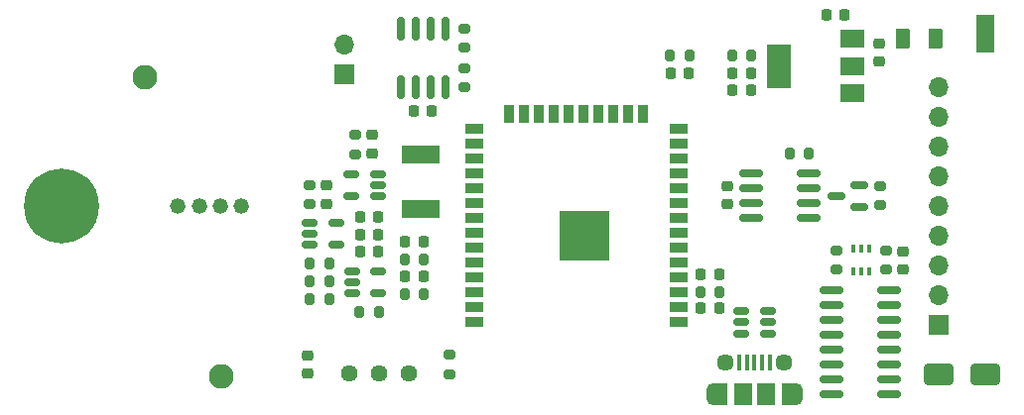
<source format=gbr>
%TF.GenerationSoftware,KiCad,Pcbnew,(7.0.0)*%
%TF.CreationDate,2023-06-27T20:18:46+12:00*%
%TF.ProjectId,VehicleCurrentSense_PCB,56656869-636c-4654-9375-7272656e7453,V1.0*%
%TF.SameCoordinates,Original*%
%TF.FileFunction,Soldermask,Top*%
%TF.FilePolarity,Negative*%
%FSLAX46Y46*%
G04 Gerber Fmt 4.6, Leading zero omitted, Abs format (unit mm)*
G04 Created by KiCad (PCBNEW (7.0.0)) date 2023-06-27 20:18:46*
%MOMM*%
%LPD*%
G01*
G04 APERTURE LIST*
G04 Aperture macros list*
%AMRoundRect*
0 Rectangle with rounded corners*
0 $1 Rounding radius*
0 $2 $3 $4 $5 $6 $7 $8 $9 X,Y pos of 4 corners*
0 Add a 4 corners polygon primitive as box body*
4,1,4,$2,$3,$4,$5,$6,$7,$8,$9,$2,$3,0*
0 Add four circle primitives for the rounded corners*
1,1,$1+$1,$2,$3*
1,1,$1+$1,$4,$5*
1,1,$1+$1,$6,$7*
1,1,$1+$1,$8,$9*
0 Add four rect primitives between the rounded corners*
20,1,$1+$1,$2,$3,$4,$5,0*
20,1,$1+$1,$4,$5,$6,$7,0*
20,1,$1+$1,$6,$7,$8,$9,0*
20,1,$1+$1,$8,$9,$2,$3,0*%
G04 Aperture macros list end*
%ADD10RoundRect,0.225000X-0.225000X-0.250000X0.225000X-0.250000X0.225000X0.250000X-0.225000X0.250000X0*%
%ADD11RoundRect,0.225000X-0.250000X0.225000X-0.250000X-0.225000X0.250000X-0.225000X0.250000X0.225000X0*%
%ADD12RoundRect,0.200000X0.200000X0.275000X-0.200000X0.275000X-0.200000X-0.275000X0.200000X-0.275000X0*%
%ADD13RoundRect,0.200000X-0.275000X0.200000X-0.275000X-0.200000X0.275000X-0.200000X0.275000X0.200000X0*%
%ADD14RoundRect,0.150000X0.150000X-0.825000X0.150000X0.825000X-0.150000X0.825000X-0.150000X-0.825000X0*%
%ADD15R,1.700000X1.700000*%
%ADD16O,1.700000X1.700000*%
%ADD17R,0.400000X0.650000*%
%ADD18RoundRect,0.150000X0.512500X0.150000X-0.512500X0.150000X-0.512500X-0.150000X0.512500X-0.150000X0*%
%ADD19RoundRect,0.250000X-1.000000X-0.650000X1.000000X-0.650000X1.000000X0.650000X-1.000000X0.650000X0*%
%ADD20R,1.500000X0.900000*%
%ADD21R,0.900000X1.500000*%
%ADD22C,0.600000*%
%ADD23R,4.200000X4.200000*%
%ADD24RoundRect,0.225000X0.225000X0.250000X-0.225000X0.250000X-0.225000X-0.250000X0.225000X-0.250000X0*%
%ADD25C,1.320800*%
%ADD26C,2.108200*%
%ADD27RoundRect,0.200000X-0.200000X-0.275000X0.200000X-0.275000X0.200000X0.275000X-0.200000X0.275000X0*%
%ADD28RoundRect,0.150000X-0.512500X-0.150000X0.512500X-0.150000X0.512500X0.150000X-0.512500X0.150000X0*%
%ADD29RoundRect,0.200000X0.275000X-0.200000X0.275000X0.200000X-0.275000X0.200000X-0.275000X-0.200000X0*%
%ADD30RoundRect,0.218750X0.218750X0.256250X-0.218750X0.256250X-0.218750X-0.256250X0.218750X-0.256250X0*%
%ADD31R,1.600000X3.200000*%
%ADD32RoundRect,0.218750X-0.256250X0.218750X-0.256250X-0.218750X0.256250X-0.218750X0.256250X0.218750X0*%
%ADD33C,1.440000*%
%ADD34RoundRect,0.150000X-0.825000X-0.150000X0.825000X-0.150000X0.825000X0.150000X-0.825000X0.150000X0*%
%ADD35RoundRect,0.250000X0.375000X0.625000X-0.375000X0.625000X-0.375000X-0.625000X0.375000X-0.625000X0*%
%ADD36RoundRect,0.218750X-0.218750X-0.256250X0.218750X-0.256250X0.218750X0.256250X-0.218750X0.256250X0*%
%ADD37R,3.200000X1.600000*%
%ADD38RoundRect,0.225000X0.250000X-0.225000X0.250000X0.225000X-0.250000X0.225000X-0.250000X-0.225000X0*%
%ADD39R,2.000000X1.500000*%
%ADD40R,2.000000X3.800000*%
%ADD41RoundRect,0.150000X0.587500X0.150000X-0.587500X0.150000X-0.587500X-0.150000X0.587500X-0.150000X0*%
%ADD42R,0.400000X1.350000*%
%ADD43O,1.200000X1.900000*%
%ADD44R,1.200000X1.900000*%
%ADD45C,1.450000*%
%ADD46R,1.500000X1.900000*%
%ADD47C,0.800000*%
%ADD48C,6.400000*%
G04 APERTURE END LIST*
D10*
%TO.C,C6*%
X140525000Y-89900000D03*
X142075000Y-89900000D03*
%TD*%
D11*
%TO.C,C12*%
X186900000Y-91325000D03*
X186900000Y-92875000D03*
%TD*%
D12*
%TO.C,R27*%
X146000000Y-92000000D03*
X144350000Y-92000000D03*
%TD*%
D13*
%TO.C,R1*%
X136200000Y-85675000D03*
X136200000Y-87325000D03*
%TD*%
D12*
%TO.C,R25*%
X142125000Y-96500000D03*
X140475000Y-96500000D03*
%TD*%
%TO.C,R9*%
X168625000Y-74600000D03*
X166975000Y-74600000D03*
%TD*%
D14*
%TO.C,U2*%
X143995000Y-77275000D03*
X145265000Y-77275000D03*
X146535000Y-77275000D03*
X147805000Y-77275000D03*
X147805000Y-72325000D03*
X146535000Y-72325000D03*
X145265000Y-72325000D03*
X143995000Y-72325000D03*
%TD*%
D15*
%TO.C,J3*%
X139199999Y-76174999D03*
D16*
X139199999Y-73634999D03*
%TD*%
D13*
%TO.C,R16*%
X149400000Y-75675000D03*
X149400000Y-77325000D03*
%TD*%
D17*
%TO.C,Q1*%
X182649999Y-93049999D03*
X183299999Y-93049999D03*
X183949999Y-93049999D03*
X183949999Y-91149999D03*
X183299999Y-91149999D03*
X182649999Y-91149999D03*
%TD*%
D18*
%TO.C,U11*%
X142037500Y-86650000D03*
X142037500Y-85700000D03*
X142037500Y-84750000D03*
X139762500Y-84750000D03*
X139762500Y-86650000D03*
%TD*%
D19*
%TO.C,D2*%
X189900000Y-101900000D03*
X193900000Y-101900000D03*
%TD*%
D10*
%TO.C,C10*%
X169625000Y-93300000D03*
X171175000Y-93300000D03*
%TD*%
D20*
%TO.C,U7*%
X167749999Y-97334999D03*
X167749999Y-96064999D03*
X167749999Y-94794999D03*
X167749999Y-93524999D03*
X167749999Y-92254999D03*
X167749999Y-90984999D03*
X167749999Y-89714999D03*
X167749999Y-88444999D03*
X167749999Y-87174999D03*
X167749999Y-85904999D03*
X167749999Y-84634999D03*
X167749999Y-83364999D03*
X167749999Y-82094999D03*
X167749999Y-80824999D03*
D21*
X164709999Y-79574999D03*
X163439999Y-79574999D03*
X162169999Y-79574999D03*
X160899999Y-79574999D03*
X159629999Y-79574999D03*
X158359999Y-79574999D03*
X157089999Y-79574999D03*
X155819999Y-79574999D03*
X154549999Y-79574999D03*
X153279999Y-79574999D03*
D20*
X150249999Y-80824999D03*
X150249999Y-82094999D03*
X150249999Y-83364999D03*
X150249999Y-84634999D03*
X150249999Y-85904999D03*
X150249999Y-87174999D03*
X150249999Y-88444999D03*
X150249999Y-89714999D03*
X150249999Y-90984999D03*
X150249999Y-92254999D03*
X150249999Y-93524999D03*
X150249999Y-94794999D03*
X150249999Y-96064999D03*
X150249999Y-97334999D03*
D22*
X161205000Y-90757500D03*
X161205000Y-89232500D03*
X160442500Y-91520000D03*
X160442500Y-89995000D03*
X160442500Y-88470000D03*
X159680000Y-90757500D03*
D23*
X159679999Y-89994999D03*
D22*
X159680000Y-89232500D03*
X158917500Y-91520000D03*
X158917500Y-89995000D03*
X158917500Y-88470000D03*
X158155000Y-90757500D03*
X158155000Y-89232500D03*
%TD*%
D11*
%TO.C,C13*%
X171850000Y-85790000D03*
X171850000Y-87340000D03*
%TD*%
D24*
%TO.C,C7*%
X181875000Y-71150000D03*
X180325000Y-71150000D03*
%TD*%
D25*
%TO.C,U1*%
X130399999Y-87500000D03*
X128600000Y-87500000D03*
X126799999Y-87500000D03*
X125000000Y-87500000D03*
D26*
X122200000Y-76499999D03*
X128699999Y-101999999D03*
%TD*%
D27*
%TO.C,R10*%
X169575000Y-94800000D03*
X171225000Y-94800000D03*
%TD*%
D10*
%TO.C,C20*%
X140525000Y-88400000D03*
X142075000Y-88400000D03*
%TD*%
D28*
%TO.C,U6*%
X136225000Y-88900000D03*
X136225000Y-89850000D03*
X136225000Y-90800000D03*
X138500000Y-90800000D03*
X138500000Y-88900000D03*
%TD*%
D27*
%TO.C,R21*%
X172275000Y-74600000D03*
X173925000Y-74600000D03*
%TD*%
D15*
%TO.C,J1*%
X189899999Y-97659999D03*
D16*
X189899999Y-95119999D03*
X189899999Y-92579999D03*
X189899999Y-90039999D03*
X189899999Y-87499999D03*
X189899999Y-84959999D03*
X189899999Y-82419999D03*
X189899999Y-79879999D03*
X189899999Y-77339999D03*
%TD*%
D13*
%TO.C,R15*%
X149400000Y-72275000D03*
X149400000Y-73925000D03*
%TD*%
%TO.C,R13*%
X181150000Y-91275000D03*
X181150000Y-92925000D03*
%TD*%
D29*
%TO.C,R29*%
X140100000Y-83025000D03*
X140100000Y-81375000D03*
%TD*%
D24*
%TO.C,C15*%
X173875000Y-77600000D03*
X172325000Y-77600000D03*
%TD*%
D30*
%TO.C,D5*%
X173887500Y-76100000D03*
X172312500Y-76100000D03*
%TD*%
D12*
%TO.C,R11*%
X178825000Y-83000000D03*
X177175000Y-83000000D03*
%TD*%
D27*
%TO.C,R26*%
X144350000Y-95000000D03*
X146000000Y-95000000D03*
%TD*%
D31*
%TO.C,TP1*%
X193849999Y-72699999D03*
%TD*%
D24*
%TO.C,C17*%
X145950000Y-93500000D03*
X144400000Y-93500000D03*
%TD*%
D10*
%TO.C,C18*%
X144400000Y-90500000D03*
X145950000Y-90500000D03*
%TD*%
D32*
%TO.C,D6*%
X141600000Y-81412500D03*
X141600000Y-82987500D03*
%TD*%
D33*
%TO.C,RV2*%
X144680000Y-101800000D03*
X142140000Y-101800000D03*
X139600000Y-101800000D03*
%TD*%
D29*
%TO.C,R28*%
X148200000Y-101825000D03*
X148200000Y-100175000D03*
%TD*%
D34*
%TO.C,U9*%
X173900000Y-84660000D03*
X173900000Y-85930000D03*
X173900000Y-87200000D03*
X173900000Y-88470000D03*
X178850000Y-88470000D03*
X178850000Y-87200000D03*
X178850000Y-85930000D03*
X178850000Y-84660000D03*
%TD*%
D12*
%TO.C,R24*%
X137925000Y-93900000D03*
X136275000Y-93900000D03*
%TD*%
%TO.C,R22*%
X137925000Y-95400000D03*
X136275000Y-95400000D03*
%TD*%
D35*
%TO.C,F1*%
X189700000Y-73150000D03*
X186900000Y-73150000D03*
%TD*%
D36*
%TO.C,D3*%
X167012500Y-76100000D03*
X168587500Y-76100000D03*
%TD*%
D11*
%TO.C,C14*%
X184800000Y-73550000D03*
X184800000Y-75100000D03*
%TD*%
D28*
%TO.C,U10*%
X139837500Y-93050000D03*
X139837500Y-94000000D03*
X139837500Y-94950000D03*
X142112500Y-94950000D03*
X142112500Y-93050000D03*
%TD*%
D37*
%TO.C,TP4*%
X145699999Y-83099999D03*
%TD*%
%TO.C,TP3*%
X145699999Y-87699999D03*
%TD*%
D29*
%TO.C,R12*%
X185450000Y-92925000D03*
X185450000Y-91275000D03*
%TD*%
D24*
%TO.C,C16*%
X142075000Y-91400000D03*
X140525000Y-91400000D03*
%TD*%
D28*
%TO.C,U5*%
X173062500Y-96450000D03*
X173062500Y-97400000D03*
X173062500Y-98350000D03*
X175337500Y-98350000D03*
X175337500Y-97400000D03*
X175337500Y-96450000D03*
%TD*%
D38*
%TO.C,C19*%
X136080000Y-101775000D03*
X136080000Y-100225000D03*
%TD*%
D39*
%TO.C,U3*%
X182549999Y-77799999D03*
X182549999Y-75499999D03*
D40*
X176249999Y-75499999D03*
D39*
X182549999Y-73199999D03*
%TD*%
D24*
%TO.C,C4*%
X146675000Y-79300000D03*
X145125000Y-79300000D03*
%TD*%
D38*
%TO.C,C5*%
X137700000Y-87275000D03*
X137700000Y-85725000D03*
%TD*%
D24*
%TO.C,C11*%
X171175000Y-96200000D03*
X169625000Y-96200000D03*
%TD*%
D29*
%TO.C,R14*%
X184912500Y-87425000D03*
X184912500Y-85775000D03*
%TD*%
D41*
%TO.C,D4*%
X183100000Y-87550000D03*
X183100000Y-85650000D03*
X181225000Y-86600000D03*
%TD*%
D12*
%TO.C,R23*%
X137925000Y-92400000D03*
X136275000Y-92400000D03*
%TD*%
D42*
%TO.C,J2*%
X172899999Y-100837499D03*
X173549999Y-100837499D03*
X174199999Y-100837499D03*
X174849999Y-100837499D03*
X175499999Y-100837499D03*
D43*
X170699999Y-103537499D03*
D44*
X171299999Y-103537499D03*
D45*
X171700000Y-100837500D03*
D46*
X173199999Y-103537499D03*
X175199999Y-103537499D03*
D45*
X176700000Y-100837500D03*
D44*
X177099999Y-103537499D03*
D43*
X177699999Y-103537499D03*
%TD*%
D47*
%TO.C,H2*%
X112700000Y-87500000D03*
X113402944Y-85802944D03*
X113402944Y-89197056D03*
X115100000Y-85100000D03*
D48*
X115100000Y-87500000D03*
D47*
X115100000Y-89900000D03*
X116797056Y-85802944D03*
X116797056Y-89197056D03*
X117500000Y-87500000D03*
%TD*%
D34*
%TO.C,U8*%
X180750000Y-94660000D03*
X180750000Y-95930000D03*
X180750000Y-97200000D03*
X180750000Y-98470000D03*
X180750000Y-99740000D03*
X180750000Y-101010000D03*
X180750000Y-102280000D03*
X180750000Y-103550000D03*
X185700000Y-103550000D03*
X185700000Y-102280000D03*
X185700000Y-101010000D03*
X185700000Y-99740000D03*
X185700000Y-98470000D03*
X185700000Y-97200000D03*
X185700000Y-95930000D03*
X185700000Y-94660000D03*
%TD*%
M02*

</source>
